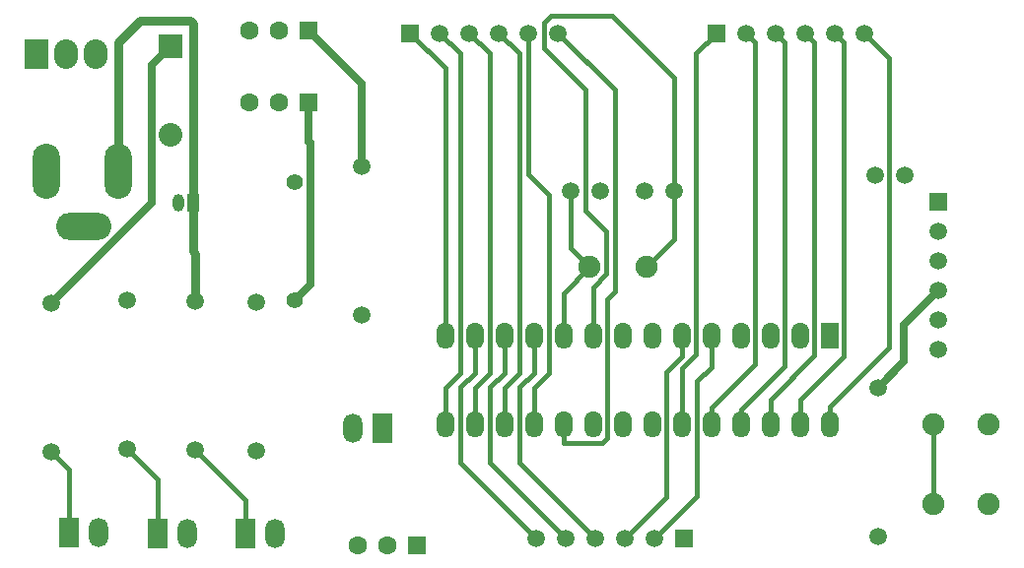
<source format=gtl>
G04*
G04 #@! TF.GenerationSoftware,Altium Limited,Altium Designer,24.1.2 (44)*
G04*
G04 Layer_Physical_Order=1*
G04 Layer_Color=255*
%FSLAX44Y44*%
%MOMM*%
G71*
G04*
G04 #@! TF.SameCoordinates,1A3C5EF7-D8C1-486F-82F1-317441259842*
G04*
G04*
G04 #@! TF.FilePolarity,Positive*
G04*
G01*
G75*
%ADD10C,0.3810*%
%ADD17C,0.7620*%
%ADD40C,0.6350*%
%ADD41R,1.5240X2.2860*%
%ADD42O,1.5240X2.2860*%
%ADD43C,1.9050*%
%ADD44R,1.0000X1.5000*%
%ADD45O,1.0000X1.5000*%
%ADD46C,1.5000*%
%ADD47C,2.0320*%
%ADD48R,2.0320X2.0320*%
%ADD49O,2.0320X2.5400*%
%ADD50R,2.0320X2.5400*%
%ADD51O,2.3500X4.7500*%
%ADD52O,4.7500X2.3500*%
%ADD53C,1.5200*%
%ADD54R,1.5200X1.5200*%
%ADD55R,1.5200X1.5200*%
%ADD56O,1.6510X2.5400*%
%ADD57R,1.6510X2.5400*%
%ADD58C,1.4000*%
%ADD59R,1.6000X1.6000*%
%ADD60C,1.6000*%
D10*
X818996Y67770D02*
Y136604D01*
X602750Y136300D02*
Y184417D01*
X614903Y196570D01*
Y455243D01*
X632560Y472900D01*
X628150Y136300D02*
Y150596D01*
X665703Y188150D01*
Y465156D01*
X657960Y472900D02*
X665703Y465156D01*
X653550Y136300D02*
Y149072D01*
X691103Y186625D01*
Y465156D01*
X683360Y472900D02*
X691103Y465156D01*
X678950Y136300D02*
Y158001D01*
X716503Y195554D01*
Y465156D01*
X708760Y472900D02*
X716503Y465156D01*
X729750Y136300D02*
Y151358D01*
X780765Y202374D01*
Y451694D01*
X759560Y472900D02*
X780765Y451694D01*
X554074Y38306D02*
X589757Y73989D01*
Y181546D01*
X602750Y194538D01*
Y212500D01*
X424950Y180607D02*
Y212500D01*
X412719Y168376D02*
X424950Y180607D01*
X412719Y103460D02*
Y168376D01*
Y103460D02*
X477874Y38306D01*
X399550Y212500D02*
Y443020D01*
X369670Y472900D02*
X399550Y443020D01*
X56750Y338756D02*
Y354250D01*
X76808Y43386D02*
Y97242D01*
X61568Y112482D02*
X76808Y97242D01*
X526550Y212500D02*
Y254267D01*
X537941Y265658D01*
Y302234D01*
X519907Y320268D02*
X537941Y302234D01*
X519907Y320268D02*
Y424408D01*
X484601Y459714D02*
X519907Y424408D01*
X484601Y459714D02*
Y481558D01*
X490951Y487908D01*
X542767D01*
X596492Y434184D01*
Y337010D02*
Y434184D01*
Y295492D02*
Y337010D01*
X572732Y271732D02*
X596492Y295492D01*
X501150Y212500D02*
Y249150D01*
X523732Y271732D01*
X507846Y287618D02*
Y337518D01*
Y287618D02*
X523732Y271732D01*
X475750Y180607D02*
Y212500D01*
X463519Y168376D02*
X475750Y180607D01*
X463519Y103460D02*
Y168376D01*
Y103460D02*
X528674Y38306D01*
X399550Y136300D02*
Y167653D01*
X412719Y180822D01*
Y455250D01*
X395070Y472900D02*
X412719Y455250D01*
X450350Y136300D02*
Y167653D01*
X463519Y180822D01*
Y455250D01*
X445870Y472900D02*
X463519Y455250D01*
X501150Y120370D02*
Y136300D01*
Y120370D02*
X534512D01*
X538703Y124561D01*
Y243814D01*
X545307Y250418D01*
Y424262D01*
X496670Y472900D02*
X545307Y424262D01*
X228192Y42116D02*
Y70826D01*
X185012Y114006D02*
X228192Y70826D01*
X152500Y42116D02*
Y88860D01*
X126084Y115276D02*
X152500Y88860D01*
X475750Y136300D02*
Y167653D01*
X488919Y180822D01*
Y333861D01*
X471270Y351510D02*
X488919Y333861D01*
X471270Y351510D02*
Y472900D01*
X450350Y180607D02*
Y212500D01*
X438119Y168376D02*
X450350Y180607D01*
X438119Y103460D02*
Y168376D01*
Y103460D02*
X503274Y38306D01*
X424950Y136300D02*
Y167653D01*
X438119Y180822D01*
Y455250D01*
X420470Y472900D02*
X438119Y455250D01*
X579474Y38306D02*
X615919Y74751D01*
Y173710D01*
X628150Y185941D01*
Y212500D01*
X734160Y472900D02*
X741903Y465156D01*
Y195261D02*
Y465156D01*
X704350Y157708D02*
X741903Y195261D01*
X704350Y136300D02*
Y157708D01*
D17*
X119234Y354250D02*
Y465071D01*
X137637Y483475D01*
X180563D01*
X182980Y481058D01*
Y326850D02*
Y481058D01*
Y285216D02*
Y326850D01*
Y285216D02*
X185012Y283184D01*
Y242006D02*
Y283184D01*
D40*
X282548Y379828D02*
Y413210D01*
Y379828D02*
X284195Y378180D01*
Y256669D02*
Y378180D01*
X270356Y242830D02*
X284195Y256669D01*
X771244Y167838D02*
X793719Y190313D01*
Y222353D01*
X823286Y251920D01*
X148051Y445591D02*
X163930Y461470D01*
X148051Y326965D02*
Y445591D01*
X61568Y240482D02*
X148051Y326965D01*
X328014Y358592D02*
Y429466D01*
X282040Y475440D02*
X328014Y429466D01*
D41*
X729750Y212500D02*
D03*
D42*
X704350D02*
D03*
X678950D02*
D03*
X653550D02*
D03*
X628150D02*
D03*
X602750D02*
D03*
X577350D02*
D03*
X551950D02*
D03*
X526550D02*
D03*
X501150D02*
D03*
X475750D02*
D03*
X450350D02*
D03*
X424950D02*
D03*
X399550D02*
D03*
X729750Y136300D02*
D03*
X704350D02*
D03*
X678950D02*
D03*
X653550D02*
D03*
X628150D02*
D03*
X602750D02*
D03*
X577350D02*
D03*
X551950D02*
D03*
X526550D02*
D03*
X501150D02*
D03*
X475750D02*
D03*
X450350D02*
D03*
X424950D02*
D03*
X399550D02*
D03*
D43*
X866748Y67770D02*
D03*
X818996Y136604D02*
D03*
X866748D02*
D03*
X818996Y67770D02*
D03*
X572732Y271732D02*
D03*
X523732D02*
D03*
D44*
X182980Y326850D02*
D03*
D45*
X170280D02*
D03*
D46*
X768704Y350472D02*
D03*
X794104D02*
D03*
X771244Y167838D02*
D03*
Y39838D02*
D03*
X596492Y337010D02*
D03*
X571092D02*
D03*
X507846Y337518D02*
D03*
X533246D02*
D03*
X328014Y358592D02*
D03*
Y230592D02*
D03*
X185012Y114006D02*
D03*
Y242006D02*
D03*
X237082Y241498D02*
D03*
Y113498D02*
D03*
X61568Y240482D02*
D03*
Y112482D02*
D03*
X126084Y243276D02*
D03*
Y115276D02*
D03*
D47*
X163930Y385270D02*
D03*
D48*
Y461470D02*
D03*
D49*
X99160Y455120D02*
D03*
X73760D02*
D03*
D50*
X48360D02*
D03*
D51*
X119234Y354250D02*
D03*
X56750D02*
D03*
D52*
X89262Y306244D02*
D03*
D53*
X823286Y201120D02*
D03*
Y226520D02*
D03*
Y251920D02*
D03*
Y277320D02*
D03*
Y302720D02*
D03*
X395070Y472900D02*
D03*
X420470D02*
D03*
X445870D02*
D03*
X471270D02*
D03*
X496670D02*
D03*
X579474Y38306D02*
D03*
X554074D02*
D03*
X528674D02*
D03*
X503274D02*
D03*
X477874D02*
D03*
X759560Y472900D02*
D03*
X734160D02*
D03*
X708760D02*
D03*
X683360D02*
D03*
X657960D02*
D03*
D54*
X823286Y328120D02*
D03*
D55*
X369670Y472900D02*
D03*
X604874Y38306D02*
D03*
X632560Y472900D02*
D03*
D56*
X102208Y43386D02*
D03*
X177900Y42116D02*
D03*
X253592D02*
D03*
X320648Y133048D02*
D03*
D57*
X76808Y43386D02*
D03*
X152500Y42116D02*
D03*
X228192D02*
D03*
X346048Y133048D02*
D03*
D58*
X270356Y242830D02*
D03*
Y344830D02*
D03*
D59*
X282040Y475440D02*
D03*
X282548Y413210D02*
D03*
X375258Y32464D02*
D03*
D60*
X256640Y475440D02*
D03*
X231240D02*
D03*
X257148Y413210D02*
D03*
X231748D02*
D03*
X349858Y32464D02*
D03*
X324458D02*
D03*
M02*

</source>
